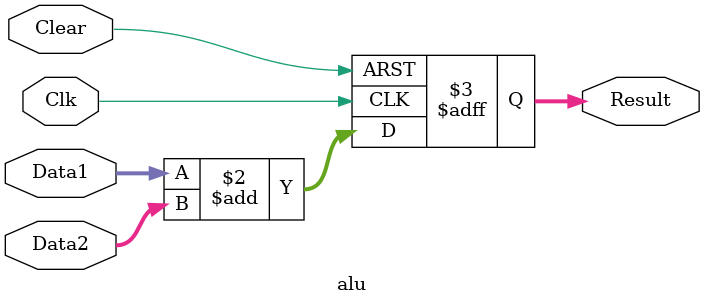
<source format=v>
`timescale 1ns / 1ps
module alu(
    input [7:0] Data1,
    input [7:0] Data2,
    output reg [7:0] Result,
    input Clear,
    input Clk
    );

	always @(posedge Clk or posedge Clear) begin
		if (Clear) Result = 0;
		else Result = Data1 + Data2;
	end

endmodule

</source>
